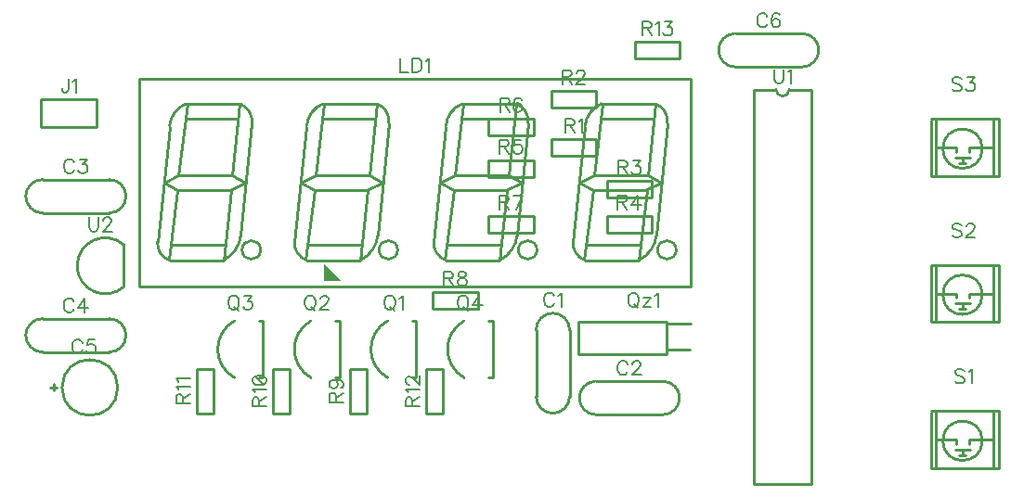
<source format=gbr>
G04 DipTrace 3.3.1.3*
G04 TopSilk.gbr*
%MOIN*%
G04 #@! TF.FileFunction,Legend,Top*
G04 #@! TF.Part,Single*
%ADD10C,0.009843*%
%ADD44C,0.00772*%
%FSLAX26Y26*%
G04*
G70*
G90*
G75*
G01*
G04 TopSilk*
%LPD*%
X2308701Y886321D2*
D10*
Y1126081D1*
X2428701Y886321D2*
Y1126081D1*
G03X2308701Y1126081I-60000J120D01*
G01*
Y886321D2*
G03X2428701Y886321I60000J-120D01*
G01*
X2763581Y821201D2*
X2523821D1*
X2763581Y941201D2*
X2523821D1*
G03X2523821Y821201I-120J-60000D01*
G01*
X2763581D2*
G03X2763581Y941201I120J60000D01*
G01*
X776081Y1546201D2*
X536321D1*
X776081Y1666201D2*
X536321D1*
G03X536321Y1546201I-120J-60000D01*
G01*
X776081D2*
G03X776081Y1666201I120J60000D01*
G01*
Y1046201D2*
X536321D1*
X776081Y1166201D2*
X536321D1*
G03X536321Y1046201I-120J-60000D01*
G01*
X776081D2*
G03X776081Y1166201I120J60000D01*
G01*
X576320Y906881D2*
Y930521D1*
X564501Y918701D2*
X588114D1*
X606265D2*
G02X606265Y918701I99965J0D01*
G01*
X3023821Y2191201D2*
X3263581D1*
X3023821Y2071201D2*
X3263581D1*
G03X3263581Y2191201I120J60000D01*
G01*
X3023821D2*
G03X3023821Y2071201I-120J-60000D01*
G01*
X531201Y1956201D2*
Y1856201D1*
X731201Y1956201D2*
X531201D1*
X731201D2*
Y1856201D1*
X531201D1*
X882480Y2029429D2*
X2862795D1*
Y1281398D1*
X882480D1*
Y2029429D1*
X1051797Y1938843D2*
G03X992784Y1860150I34386J-87261D01*
G01*
G36*
X1547866Y1301071D2*
Y1364055D1*
X1610840Y1301071D1*
X1547866D1*
G37*
X949415Y1442823D2*
D10*
X992784Y1856185D1*
X1248641Y1466461D2*
X1288049Y1868004D1*
X1024271Y1682941D2*
X1055758Y1938843D1*
X1244680D2*
G02X1288049Y1868004I-23279J-62947D01*
G01*
X992784Y1375874D2*
G02X949415Y1442823I20868J61039D01*
G01*
X1244680Y1938843D2*
X1217154Y1682941D1*
X1051797Y1938843D2*
X1244680D1*
X992784Y1375874D2*
X1185667D1*
X1024271Y1682941D2*
X972981Y1655413D1*
X1020310Y1627886D2*
X972981Y1655413D1*
X1020310Y1627886D2*
X988823Y1379839D1*
X1020310Y1627886D2*
X1209232D1*
X1264285Y1655413D1*
X1024271Y1682941D2*
X1217154D1*
X1264285Y1655413D1*
X1213193Y1627886D2*
X1185667Y1375874D1*
G03X1248641Y1466461I-52336J103566D01*
G01*
X1051797Y1883787D2*
X1236759D1*
X996744Y1431004D2*
X1189627D1*
X1252601Y1413313D2*
G02X1252601Y1413313I33467J0D01*
G01*
X1543906Y1938843D2*
G03X1484892Y1860150I34386J-87261D01*
G01*
X1441523Y1442823D2*
X1484892Y1856185D1*
X1740749Y1466461D2*
X1780157Y1868004D1*
X1516379Y1682941D2*
X1547866Y1938843D1*
X1736788D2*
G02X1780157Y1868004I-23279J-62947D01*
G01*
X1484892Y1375874D2*
G02X1441523Y1442823I20868J61039D01*
G01*
X1736788Y1938843D2*
X1709262Y1682941D1*
X1543906Y1938843D2*
X1736788D1*
X1484892Y1375874D2*
X1677775D1*
X1516379Y1682941D2*
X1465089Y1655413D1*
X1512419Y1627886D2*
X1465089Y1655413D1*
X1512419Y1627886D2*
X1480931Y1379839D1*
X1512419Y1627886D2*
X1701341D1*
X1756591Y1655413D1*
X1516379Y1682941D2*
X1709262D1*
X1756591Y1655413D1*
X1705301Y1627886D2*
X1677775Y1375874D1*
G03X1740749Y1466461I-52336J103566D01*
G01*
X1543906Y1883787D2*
X1728867D1*
X1488853Y1431004D2*
X1681735D1*
X1744709Y1413313D2*
G02X1744709Y1413313I33467J0D01*
G01*
X2043935Y1938843D2*
G03X1984922Y1860150I32773J-86051D01*
G01*
X1941553Y1442823D2*
X1984922Y1856185D1*
X2240778Y1466461D2*
X2280187Y1868004D1*
X2016409Y1682941D2*
X2047896Y1938843D1*
X2236818D2*
G02X2280187Y1868004I-23279J-62947D01*
G01*
X1984922Y1375874D2*
G02X1941553Y1442823I20868J61039D01*
G01*
X2236818Y1938843D2*
X2209291Y1682941D1*
X2043935Y1938843D2*
X2236818D1*
X1984922Y1375874D2*
X2177804D1*
X2016409Y1682941D2*
X1965119Y1655413D1*
X2012448Y1627886D2*
X1965119Y1655413D1*
X2012448Y1627886D2*
X1980961Y1379839D1*
X2012448Y1627886D2*
X2201370D1*
X2256423Y1655413D1*
X2016409Y1682941D2*
X2209291D1*
X2256423Y1655413D1*
X2205331Y1627886D2*
X2177804Y1375874D1*
G03X2240778Y1466461I-52336J103566D01*
G01*
X2043935Y1883787D2*
X2228896D1*
X1988684Y1431004D2*
X2181765D1*
X2244739Y1413313D2*
G02X2244739Y1413313I33467J0D01*
G01*
X2543965Y1938843D2*
G03X2484753Y1860150I34031J-87229D01*
G01*
X2441582Y1442823D2*
X2484753Y1856185D1*
X2740808Y1466461D2*
X2780216Y1868004D1*
X2516240Y1682941D2*
X2547925Y1938843D1*
X2736847D2*
G02X2780216Y1868004I-23279J-62947D01*
G01*
X2484753Y1375874D2*
G02X2441582Y1442823I21162J61039D01*
G01*
X2736847Y1938843D2*
X2709321Y1682941D1*
X2543965Y1938843D2*
X2736847D1*
X2484753Y1375874D2*
X2677834D1*
X2516240Y1682941D2*
X2465148Y1655413D1*
X2512478Y1627886D2*
X2465148Y1655413D1*
X2512478Y1627886D2*
X2480991Y1379839D1*
X2512478Y1627886D2*
X2701400D1*
X2756452Y1655413D1*
X2516240Y1682941D2*
X2709321D1*
X2756452Y1655413D1*
X2705360Y1627886D2*
X2677834Y1375874D1*
G03X2740808Y1466461I-52336J103566D01*
G01*
X2543965Y1883787D2*
X2728926D1*
X2488714Y1431004D2*
X2681596D1*
X2744769Y1413313D2*
G02X2744769Y1413313I33467J0D01*
G01*
X1775392Y953846D2*
G02X1775392Y1158555I57324J102355D01*
G01*
X1877756Y1127078D2*
Y981398D1*
X1862008Y953846D2*
X1877756D1*
Y981398D1*
X1862008Y1158555D2*
X1877756D1*
Y1123129D1*
X1500392Y953846D2*
G02X1500392Y1158555I57324J102355D01*
G01*
X1602756Y1127078D2*
Y981398D1*
X1587008Y953846D2*
X1602756D1*
Y981398D1*
X1587008Y1158555D2*
X1602756D1*
Y1123129D1*
X1225392Y953846D2*
G02X1225392Y1158555I57324J102355D01*
G01*
X1327756Y1127078D2*
Y981398D1*
X1312008Y953846D2*
X1327756D1*
Y981398D1*
X1312008Y1158555D2*
X1327756D1*
Y1123129D1*
X2050392Y953846D2*
G02X2050392Y1158555I57324J102355D01*
G01*
X2152756Y1127078D2*
Y981398D1*
X2137008Y953846D2*
X2152756D1*
Y981398D1*
X2137008Y1158555D2*
X2152756D1*
Y1123129D1*
X2776774Y1038093D2*
X2461811D1*
Y1156208D1*
X2776774D1*
Y1038093D1*
X2859460Y1053840D2*
X2776774D1*
X2863383Y1148334D2*
X2776774D1*
X2363551Y1811201D2*
Y1751201D1*
X2523851Y1811201D2*
X2363551D1*
X2523851D2*
Y1751201D1*
X2363551D1*
Y1986201D2*
Y1926201D1*
X2523851Y1986201D2*
X2363551D1*
X2523851D2*
Y1926201D1*
X2363551D1*
X2563551Y1661201D2*
Y1601201D1*
X2723851Y1661201D2*
X2563551D1*
X2723851D2*
Y1601201D1*
X2563551D1*
Y1536201D2*
Y1476201D1*
X2723851Y1536201D2*
X2563551D1*
X2723851D2*
Y1476201D1*
X2563551D1*
X2138551Y1736201D2*
Y1676201D1*
X2298851Y1736201D2*
X2138551D1*
X2298851D2*
Y1676201D1*
X2138551D1*
Y1886201D2*
Y1826201D1*
X2298851Y1886201D2*
X2138551D1*
X2298851D2*
Y1826201D1*
X2138551D1*
Y1536201D2*
Y1476201D1*
X2298851Y1536201D2*
X2138551D1*
X2298851D2*
Y1476201D1*
X2138551D1*
X1938551Y1261201D2*
Y1201201D1*
X2098851Y1261201D2*
X1938551D1*
X2098851D2*
Y1201201D1*
X1938551D1*
X1638701Y826051D2*
X1698701D1*
X1638701Y986351D2*
Y826051D1*
Y986351D2*
X1698701D1*
Y826051D1*
X1363701D2*
X1423701D1*
X1363701Y986351D2*
Y826051D1*
Y986351D2*
X1423701D1*
Y826051D1*
X1088701D2*
X1148701D1*
X1088701Y986351D2*
Y826051D1*
Y986351D2*
X1148701D1*
Y826051D1*
X1913701D2*
X1973701D1*
X1913701Y986351D2*
Y826051D1*
Y986351D2*
X1973701D1*
Y826051D1*
X2823851Y2101201D2*
Y2161201D1*
X2663551Y2101201D2*
X2823851D1*
X2663551D2*
Y2161201D1*
X2823851D1*
X3725598Y829618D2*
Y632784D1*
X3969679Y833567D2*
X3725598D1*
X3969679Y628834D2*
X3725598D1*
X3969679Y833531D2*
Y628834D1*
X3768886Y727269D2*
G02X3768886Y727269I70877J0D01*
G01*
X3745286Y829618D2*
Y632784D1*
X3949991Y829618D2*
Y632784D1*
X3946053Y731201D2*
X3902765D1*
X3816137D2*
X3745286D1*
X3863389D2*
X3902765D1*
X3812200Y695762D2*
X3867327D1*
X3816137Y715438D2*
Y731201D1*
X3863389Y715438D2*
Y731201D1*
X3839763Y695762D2*
Y680035D1*
X3827950Y676086D2*
X3851576D1*
X3725598Y1354618D2*
Y1157784D1*
X3969679Y1358567D2*
X3725598D1*
X3969679Y1153834D2*
X3725598D1*
X3969679Y1358531D2*
Y1153834D1*
X3768886Y1252269D2*
G02X3768886Y1252269I70877J0D01*
G01*
X3745286Y1354618D2*
Y1157784D1*
X3949991Y1354618D2*
Y1157784D1*
X3946053Y1256201D2*
X3902765D1*
X3816137D2*
X3745286D1*
X3863389D2*
X3902765D1*
X3812200Y1220762D2*
X3867327D1*
X3816137Y1240438D2*
Y1256201D1*
X3863389Y1240438D2*
Y1256201D1*
X3839763Y1220762D2*
Y1205035D1*
X3827950Y1201086D2*
X3851576D1*
X3725598Y1879618D2*
Y1682784D1*
X3969679Y1883567D2*
X3725598D1*
X3969679Y1678834D2*
X3725598D1*
X3969679Y1883531D2*
Y1678834D1*
X3768886Y1777269D2*
G02X3768886Y1777269I70877J0D01*
G01*
X3745286Y1879618D2*
Y1682784D1*
X3949991Y1879618D2*
Y1682784D1*
X3946053Y1781201D2*
X3902765D1*
X3816137D2*
X3745286D1*
X3863389D2*
X3902765D1*
X3812200Y1745762D2*
X3867327D1*
X3816137Y1765438D2*
Y1781201D1*
X3863389Y1765438D2*
Y1781201D1*
X3839763Y1745762D2*
Y1730035D1*
X3827950Y1726086D2*
X3851576D1*
X3091337Y1989862D2*
Y572539D1*
X3296065Y1989862D2*
Y572539D1*
X3091337D2*
X3296065D1*
X3091337Y1989862D2*
X3170070D1*
X3296065D2*
X3217332D1*
X3170070D2*
G03X3217332Y1989862I23631J103D01*
G01*
X828093Y1280580D2*
G02X828093Y1431821I-66569J75620D01*
G01*
Y1280580D1*
X2372919Y1247486D2*
D44*
X2370543Y1252239D1*
X2365734Y1257047D1*
X2360981Y1259424D1*
X2351420D1*
X2346611Y1257047D1*
X2341858Y1252239D1*
X2339426Y1247486D1*
X2337049Y1240301D1*
Y1228307D1*
X2339426Y1221177D1*
X2341858Y1216369D1*
X2346611Y1211616D1*
X2351420Y1209184D1*
X2360981D1*
X2365734Y1211616D1*
X2370543Y1216369D1*
X2372919Y1221177D1*
X2388359Y1249807D2*
X2393167Y1252239D1*
X2400352Y1259369D1*
Y1209184D1*
X2637169Y1002486D2*
X2634793Y1007239D1*
X2629984Y1012047D1*
X2625231Y1014424D1*
X2615670D1*
X2610861Y1012047D1*
X2606108Y1007239D1*
X2603676Y1002486D1*
X2601300Y995301D1*
Y983307D1*
X2603676Y976177D1*
X2606108Y971369D1*
X2610861Y966616D1*
X2615670Y964184D1*
X2625231D1*
X2629984Y966616D1*
X2634793Y971369D1*
X2637169Y976177D1*
X2655041Y1002430D2*
Y1004807D1*
X2657417Y1009616D1*
X2659794Y1011992D1*
X2664602Y1014369D1*
X2674164D1*
X2678917Y1011992D1*
X2681294Y1009616D1*
X2683725Y1004807D1*
Y1000054D1*
X2681294Y995245D1*
X2676540Y988116D1*
X2652609Y964184D1*
X2686102D1*
X649669Y1727486D2*
X647293Y1732239D1*
X642484Y1737047D1*
X637731Y1739424D1*
X628170D1*
X623361Y1737047D1*
X618608Y1732239D1*
X616176Y1727486D1*
X613800Y1720301D1*
Y1708307D1*
X616176Y1701177D1*
X618608Y1696369D1*
X623361Y1691616D1*
X628170Y1689184D1*
X637731D1*
X642484Y1691616D1*
X647293Y1696369D1*
X649669Y1701177D1*
X669917Y1739369D2*
X696170D1*
X681855Y1720245D1*
X689040D1*
X693794Y1717869D1*
X696170Y1715492D1*
X698602Y1708307D1*
Y1703554D1*
X696170Y1696369D1*
X691417Y1691561D1*
X684232Y1689184D1*
X677047D1*
X669917Y1691561D1*
X667541Y1693992D1*
X665109Y1698746D1*
X648481Y1227486D2*
X646105Y1232239D1*
X641296Y1237047D1*
X636543Y1239424D1*
X626981D1*
X622173Y1237047D1*
X617420Y1232239D1*
X614988Y1227486D1*
X612611Y1220301D1*
Y1208307D1*
X614988Y1201177D1*
X617420Y1196369D1*
X622173Y1191616D1*
X626981Y1189184D1*
X636543D1*
X641296Y1191616D1*
X646105Y1196369D1*
X648481Y1201177D1*
X687852Y1189184D2*
Y1239369D1*
X663920Y1205931D1*
X699790D1*
X678816Y1079986D2*
X676440Y1084739D1*
X671631Y1089547D1*
X666878Y1091924D1*
X657317D1*
X652508Y1089547D1*
X647755Y1084739D1*
X645323Y1079986D1*
X642947Y1072801D1*
Y1060807D1*
X645323Y1053677D1*
X647755Y1048869D1*
X652508Y1044116D1*
X657317Y1041684D1*
X666878D1*
X671631Y1044116D1*
X676440Y1048869D1*
X678816Y1053677D1*
X722941Y1091869D2*
X699064D1*
X696688Y1070369D1*
X699064Y1072745D1*
X706249Y1075177D1*
X713379D1*
X720564Y1072745D1*
X725372Y1067992D1*
X727749Y1060807D1*
Y1056054D1*
X725372Y1048869D1*
X720564Y1044060D1*
X713379Y1041684D1*
X706249D1*
X699064Y1044060D1*
X696688Y1046492D1*
X694256Y1051245D1*
X3138385Y2252486D2*
X3136009Y2257239D1*
X3131200Y2262047D1*
X3126447Y2264424D1*
X3116886D1*
X3112077Y2262047D1*
X3107324Y2257239D1*
X3104892Y2252486D1*
X3102515Y2245301D1*
Y2233307D1*
X3104892Y2226177D1*
X3107324Y2221369D1*
X3112077Y2216616D1*
X3116886Y2214184D1*
X3126447D1*
X3131200Y2216616D1*
X3136009Y2221369D1*
X3138385Y2226177D1*
X3182510Y2257239D2*
X3180133Y2261992D1*
X3172948Y2264369D1*
X3168195D1*
X3161010Y2261992D1*
X3156201Y2254807D1*
X3153825Y2242869D1*
Y2230931D1*
X3156201Y2221369D1*
X3161010Y2216561D1*
X3168195Y2214184D1*
X3170571D1*
X3177701Y2216561D1*
X3182510Y2221369D1*
X3184886Y2228554D1*
Y2230931D1*
X3182510Y2238116D1*
X3177701Y2242869D1*
X3170571Y2245245D1*
X3168195D1*
X3161010Y2242869D1*
X3156201Y2238116D1*
X3153825Y2230931D1*
X629450Y2029424D2*
Y1991177D1*
X627074Y1983992D1*
X624642Y1981616D1*
X619889Y1979184D1*
X615080D1*
X610327Y1981616D1*
X607950Y1983992D1*
X605519Y1991177D1*
Y1995931D1*
X644890Y2019807D2*
X649698Y2022239D1*
X656883Y2029369D1*
Y1979184D1*
X1820113Y2102652D2*
Y2052412D1*
X1848798D1*
X1864237Y2102652D2*
Y2052412D1*
X1880983D1*
X1888169Y2054844D1*
X1892977Y2059597D1*
X1895354Y2064406D1*
X1897730Y2071535D1*
Y2083529D1*
X1895354Y2090714D1*
X1892977Y2095467D1*
X1888169Y2100276D1*
X1880983Y2102652D1*
X1864237D1*
X1913169Y2093035D2*
X1917978Y2095467D1*
X1925163Y2102597D1*
Y2052412D1*
X1778082Y1249109D2*
X1773328Y1246788D1*
X1768520Y1241979D1*
X1766143Y1237171D1*
X1763711Y1229986D1*
Y1218047D1*
X1766143Y1210862D1*
X1768520Y1206109D1*
X1773328Y1201301D1*
X1778082Y1198924D1*
X1787643D1*
X1792452Y1201301D1*
X1797205Y1206109D1*
X1799581Y1210862D1*
X1802013Y1218047D1*
Y1229986D1*
X1799581Y1237171D1*
X1797205Y1241979D1*
X1792452Y1246788D1*
X1787643Y1249109D1*
X1778082D1*
X1785267Y1208486D2*
X1799581Y1194116D1*
X1817453Y1239492D2*
X1822261Y1241924D1*
X1829446Y1249054D1*
Y1198869D1*
X1492332Y1249109D2*
X1487578Y1246788D1*
X1482770Y1241979D1*
X1480393Y1237171D1*
X1477962Y1229986D1*
Y1218047D1*
X1480393Y1210862D1*
X1482770Y1206109D1*
X1487578Y1201301D1*
X1492332Y1198924D1*
X1501893D1*
X1506702Y1201301D1*
X1511455Y1206109D1*
X1513831Y1210862D1*
X1516263Y1218047D1*
Y1229986D1*
X1513831Y1237171D1*
X1511455Y1241979D1*
X1506702Y1246788D1*
X1501893Y1249109D1*
X1492332D1*
X1499517Y1208486D2*
X1513831Y1194116D1*
X1534134Y1237115D2*
Y1239492D1*
X1536511Y1244300D1*
X1538888Y1246677D1*
X1543696Y1249054D1*
X1553258D1*
X1558011Y1246677D1*
X1560387Y1244300D1*
X1562819Y1239492D1*
Y1234739D1*
X1560387Y1229930D1*
X1555634Y1222801D1*
X1531703Y1198869D1*
X1565196D1*
X1217332Y1249109D2*
X1212578Y1246788D1*
X1207770Y1241979D1*
X1205393Y1237171D1*
X1202962Y1229986D1*
Y1218047D1*
X1205393Y1210862D1*
X1207770Y1206109D1*
X1212578Y1201301D1*
X1217332Y1198924D1*
X1226893D1*
X1231702Y1201301D1*
X1236455Y1206109D1*
X1238831Y1210862D1*
X1241263Y1218047D1*
Y1229986D1*
X1238831Y1237171D1*
X1236455Y1241979D1*
X1231702Y1246788D1*
X1226893Y1249109D1*
X1217332D1*
X1224517Y1208486D2*
X1238831Y1194116D1*
X1261511Y1249054D2*
X1287764D1*
X1273449Y1229930D1*
X1280634D1*
X1285387Y1227554D1*
X1287764Y1225177D1*
X1290196Y1217992D1*
Y1213239D1*
X1287764Y1206054D1*
X1283011Y1201245D1*
X1275826Y1198869D1*
X1268641D1*
X1261511Y1201245D1*
X1259134Y1203677D1*
X1256703Y1208431D1*
X2041143Y1249109D2*
X2036390Y1246788D1*
X2031582Y1241979D1*
X2029205Y1237171D1*
X2026773Y1229986D1*
Y1218047D1*
X2029205Y1210862D1*
X2031582Y1206109D1*
X2036390Y1201301D1*
X2041143Y1198924D1*
X2050705D1*
X2055513Y1201301D1*
X2060267Y1206109D1*
X2062643Y1210862D1*
X2065075Y1218047D1*
Y1229986D1*
X2062643Y1237171D1*
X2060267Y1241979D1*
X2055513Y1246788D1*
X2050705Y1249109D1*
X2041143D1*
X2048328Y1208486D2*
X2062643Y1194116D1*
X2104446Y1198869D2*
Y1249054D1*
X2080514Y1215616D1*
X2116384D1*
X2653149Y1258951D2*
X2648396Y1256630D1*
X2643587Y1251822D1*
X2641211Y1247013D1*
X2638779Y1239828D1*
Y1227890D1*
X2641211Y1220705D1*
X2643587Y1215952D1*
X2648396Y1211143D1*
X2653149Y1208767D1*
X2662710D1*
X2667519Y1211143D1*
X2672272Y1215952D1*
X2674649Y1220705D1*
X2677080Y1227890D1*
Y1239828D1*
X2674649Y1247013D1*
X2672272Y1251822D1*
X2667519Y1256630D1*
X2662710Y1258951D1*
X2653149D1*
X2660334Y1218328D2*
X2674649Y1203958D1*
X2692520Y1242205D2*
X2718828D1*
X2692520Y1208711D1*
X2718828D1*
X2734267Y1249335D2*
X2739076Y1251766D1*
X2746261Y1258896D1*
Y1208711D1*
X2413238Y1860492D2*
X2434738D1*
X2441923Y1862924D1*
X2444354Y1865301D1*
X2446731Y1870054D1*
Y1874862D1*
X2444354Y1879615D1*
X2441923Y1882047D1*
X2434738Y1884424D1*
X2413238D1*
Y1834184D1*
X2429984Y1860492D2*
X2446731Y1834184D1*
X2462170Y1874807D2*
X2466979Y1877239D1*
X2474164Y1884369D1*
Y1834184D1*
X2402488Y2035492D2*
X2423988D1*
X2431173Y2037924D1*
X2433605Y2040301D1*
X2435981Y2045054D1*
Y2049862D1*
X2433605Y2054615D1*
X2431173Y2057047D1*
X2423988Y2059424D1*
X2402488D1*
Y2009184D1*
X2419234Y2035492D2*
X2435981Y2009184D1*
X2453852Y2047430D2*
Y2049807D1*
X2456229Y2054615D1*
X2458605Y2056992D1*
X2463414Y2059369D1*
X2472976D1*
X2477729Y2056992D1*
X2480105Y2054615D1*
X2482537Y2049807D1*
Y2045054D1*
X2480105Y2040245D1*
X2475352Y2033116D1*
X2451420Y2009184D1*
X2484914D1*
X2602488Y1710492D2*
X2623988D1*
X2631173Y1712924D1*
X2633605Y1715301D1*
X2635981Y1720054D1*
Y1724862D1*
X2633605Y1729615D1*
X2631173Y1732047D1*
X2623988Y1734424D1*
X2602488D1*
Y1684184D1*
X2619234Y1710492D2*
X2635981Y1684184D1*
X2656229Y1734369D2*
X2682482D1*
X2668167Y1715245D1*
X2675352D1*
X2680105Y1712869D1*
X2682482Y1710492D1*
X2684914Y1703307D1*
Y1698554D1*
X2682482Y1691369D1*
X2677729Y1686560D1*
X2670544Y1684184D1*
X2663359D1*
X2656229Y1686560D1*
X2653852Y1688992D1*
X2651420Y1693745D1*
X2601300Y1585492D2*
X2622799D1*
X2629984Y1587924D1*
X2632416Y1590301D1*
X2634793Y1595054D1*
Y1599862D1*
X2632416Y1604615D1*
X2629984Y1607047D1*
X2622799Y1609424D1*
X2601300D1*
Y1559184D1*
X2618046Y1585492D2*
X2634793Y1559184D1*
X2674164D2*
Y1609369D1*
X2650232Y1575931D1*
X2686102D1*
X2177488Y1785492D2*
X2198988D1*
X2206173Y1787924D1*
X2208605Y1790301D1*
X2210981Y1795054D1*
Y1799862D1*
X2208605Y1804615D1*
X2206173Y1807047D1*
X2198988Y1809424D1*
X2177488D1*
Y1759184D1*
X2194234Y1785492D2*
X2210981Y1759184D1*
X2255105Y1809369D2*
X2231229D1*
X2228852Y1787869D1*
X2231229Y1790245D1*
X2238414Y1792677D1*
X2245544D1*
X2252729Y1790245D1*
X2257537Y1785492D1*
X2259914Y1778307D1*
Y1773554D1*
X2257537Y1766369D1*
X2252729Y1761560D1*
X2245544Y1759184D1*
X2238414D1*
X2231229Y1761560D1*
X2228852Y1763992D1*
X2226420Y1768745D1*
X2178704Y1935492D2*
X2200204D1*
X2207389Y1937924D1*
X2209821Y1940301D1*
X2212197Y1945054D1*
Y1949862D1*
X2209821Y1954615D1*
X2207389Y1957047D1*
X2200204Y1959424D1*
X2178704D1*
Y1909184D1*
X2195450Y1935492D2*
X2212197Y1909184D1*
X2256321Y1952239D2*
X2253945Y1956992D1*
X2246760Y1959369D1*
X2242006D1*
X2234821Y1956992D1*
X2230013Y1949807D1*
X2227636Y1937869D1*
Y1925931D1*
X2230013Y1916369D1*
X2234821Y1911560D1*
X2242006Y1909184D1*
X2244383D1*
X2251513Y1911560D1*
X2256321Y1916369D1*
X2258698Y1923554D1*
Y1925931D1*
X2256321Y1933116D1*
X2251513Y1937869D1*
X2244383Y1940245D1*
X2242006D1*
X2234821Y1937869D1*
X2230013Y1933116D1*
X2227636Y1925931D1*
X2177488Y1585492D2*
X2198988D1*
X2206173Y1587924D1*
X2208605Y1590301D1*
X2210981Y1595054D1*
Y1599862D1*
X2208605Y1604615D1*
X2206173Y1607047D1*
X2198988Y1609424D1*
X2177488D1*
Y1559184D1*
X2194234Y1585492D2*
X2210981Y1559184D1*
X2235982D2*
X2259914Y1609369D1*
X2226420D1*
X1977515Y1310492D2*
X1999015D1*
X2006200Y1312924D1*
X2008632Y1315301D1*
X2011009Y1320054D1*
Y1324862D1*
X2008632Y1329615D1*
X2006200Y1332047D1*
X1999015Y1334424D1*
X1977515D1*
Y1284184D1*
X1994262Y1310492D2*
X2011009Y1284184D1*
X2038386Y1334369D2*
X2031256Y1331992D1*
X2028825Y1327239D1*
Y1322430D1*
X2031256Y1317677D1*
X2036010Y1315245D1*
X2045571Y1312869D1*
X2052756Y1310492D1*
X2057510Y1305684D1*
X2059886Y1300931D1*
Y1293745D1*
X2057510Y1288992D1*
X2055133Y1286560D1*
X2047948Y1284184D1*
X2038386D1*
X2031256Y1286560D1*
X2028825Y1288992D1*
X2026448Y1293745D1*
Y1300931D1*
X2028825Y1305684D1*
X2033633Y1310492D1*
X2040763Y1312869D1*
X2050324Y1315245D1*
X2055133Y1317677D1*
X2057510Y1322430D1*
Y1327239D1*
X2055133Y1331992D1*
X2047948Y1334369D1*
X2038386D1*
X1589409Y866176D2*
Y887676D1*
X1586978Y894861D1*
X1584601Y897293D1*
X1579848Y899670D1*
X1575039D1*
X1570286Y897293D1*
X1567854Y894861D1*
X1565478Y887676D1*
Y866176D1*
X1615718D1*
X1589409Y882923D2*
X1615718Y899669D1*
X1582224Y946225D2*
X1589409Y943794D1*
X1594218Y939040D1*
X1596595Y931855D1*
Y929479D1*
X1594218Y922294D1*
X1589409Y917541D1*
X1582224Y915109D1*
X1579848D1*
X1572663Y917541D1*
X1567910Y922294D1*
X1565533Y929479D1*
Y931855D1*
X1567910Y939040D1*
X1572663Y943794D1*
X1582224Y946225D1*
X1594218D1*
X1606156Y943794D1*
X1613341Y939040D1*
X1615718Y931855D1*
Y927102D1*
X1613341Y919917D1*
X1608533Y917541D1*
X1314409Y851272D2*
Y872771D1*
X1311978Y879956D1*
X1309601Y882388D1*
X1304848Y884765D1*
X1300039D1*
X1295286Y882388D1*
X1292854Y879956D1*
X1290478Y872771D1*
Y851272D1*
X1340718D1*
X1314409Y868018D2*
X1340718Y884765D1*
X1300095Y900204D2*
X1297663Y905013D1*
X1290533Y912198D1*
X1340718D1*
X1290533Y942007D2*
X1292910Y934822D1*
X1300095Y930013D1*
X1312033Y927637D1*
X1319218D1*
X1331156Y930013D1*
X1338341Y934822D1*
X1340718Y942007D1*
Y946760D1*
X1338341Y953945D1*
X1331156Y958698D1*
X1319218Y961130D1*
X1312033D1*
X1300095Y958698D1*
X1292910Y953945D1*
X1290533Y946760D1*
Y942007D1*
X1300095Y958698D2*
X1331156Y930013D1*
X1039409Y862022D2*
Y883521D1*
X1036978Y890706D1*
X1034601Y893138D1*
X1029848Y895515D1*
X1025039D1*
X1020286Y893138D1*
X1017854Y890706D1*
X1015478Y883521D1*
Y862022D1*
X1065718D1*
X1039409Y878768D2*
X1065718Y895515D1*
X1025095Y910954D2*
X1022663Y915762D1*
X1015533Y922948D1*
X1065718Y922947D1*
X1025095Y938387D2*
X1022663Y943195D1*
X1015533Y950380D1*
X1065718D1*
X1864409Y851272D2*
Y872771D1*
X1861978Y879956D1*
X1859601Y882388D1*
X1854848Y884765D1*
X1850039D1*
X1845286Y882388D1*
X1842854Y879956D1*
X1840478Y872771D1*
Y851272D1*
X1890718D1*
X1864409Y868018D2*
X1890718Y884765D1*
X1850095Y900204D2*
X1847663Y905013D1*
X1840533Y912198D1*
X1890718D1*
X1852471Y930069D2*
X1850095D1*
X1845286Y932445D1*
X1842910Y934822D1*
X1840533Y939630D1*
Y949192D1*
X1842910Y953945D1*
X1845286Y956322D1*
X1850095Y958754D1*
X1854848D1*
X1859656Y956322D1*
X1866786Y951569D1*
X1890718Y927637D1*
Y961130D1*
X2688771Y2210492D2*
X2710271D1*
X2717456Y2212924D1*
X2719888Y2215301D1*
X2722265Y2220054D1*
Y2224862D1*
X2719888Y2229615D1*
X2717456Y2232047D1*
X2710271Y2234424D1*
X2688771D1*
Y2184184D1*
X2705518Y2210492D2*
X2722265Y2184184D1*
X2737704Y2224807D2*
X2742512Y2227239D1*
X2749698Y2234369D1*
Y2184184D1*
X2769945Y2234369D2*
X2796198D1*
X2781883Y2215245D1*
X2789068D1*
X2793822Y2212869D1*
X2796198Y2210492D1*
X2798630Y2203307D1*
Y2198554D1*
X2796198Y2191369D1*
X2791445Y2186560D1*
X2784260Y2184184D1*
X2777075D1*
X2769945Y2186560D1*
X2767569Y2188992D1*
X2765137Y2193745D1*
X3846731Y976766D2*
X3841978Y981575D1*
X3834793Y983951D1*
X3825231D1*
X3818046Y981575D1*
X3813238Y976766D1*
Y972013D1*
X3815670Y967205D1*
X3818046Y964828D1*
X3822799Y962452D1*
X3837169Y957643D1*
X3841978Y955267D1*
X3844354Y952835D1*
X3846731Y948081D1*
Y940896D1*
X3841978Y936143D1*
X3834793Y933711D1*
X3825231D1*
X3818046Y936143D1*
X3813238Y940896D1*
X3862170Y974335D2*
X3866979Y976766D1*
X3874164Y983896D1*
Y933711D1*
X3835981Y1501766D2*
X3831228Y1506575D1*
X3824043Y1508951D1*
X3814481D1*
X3807296Y1506575D1*
X3802488Y1501766D1*
Y1497013D1*
X3804920Y1492205D1*
X3807296Y1489828D1*
X3812049Y1487452D1*
X3826420Y1482643D1*
X3831228Y1480267D1*
X3833605Y1477835D1*
X3835981Y1473081D1*
Y1465896D1*
X3831228Y1461143D1*
X3824043Y1458711D1*
X3814481D1*
X3807296Y1461143D1*
X3802488Y1465896D1*
X3853852Y1496958D2*
Y1499335D1*
X3856229Y1504143D1*
X3858605Y1506520D1*
X3863414Y1508896D1*
X3872976D1*
X3877729Y1506520D1*
X3880105Y1504143D1*
X3882537Y1499335D1*
Y1494581D1*
X3880105Y1489773D1*
X3875352Y1482643D1*
X3851420Y1458711D1*
X3884914D1*
X3835981Y2026766D2*
X3831228Y2031575D1*
X3824043Y2033951D1*
X3814481D1*
X3807296Y2031575D1*
X3802488Y2026766D1*
Y2022013D1*
X3804920Y2017205D1*
X3807296Y2014828D1*
X3812049Y2012452D1*
X3826420Y2007643D1*
X3831228Y2005267D1*
X3833605Y2002835D1*
X3835981Y1998081D1*
Y1990896D1*
X3831228Y1986143D1*
X3824043Y1983711D1*
X3814481D1*
X3807296Y1986143D1*
X3802488Y1990896D1*
X3856229Y2033896D2*
X3882482D1*
X3868167Y2014773D1*
X3875352D1*
X3880105Y2012396D1*
X3882482Y2010020D1*
X3884914Y2002835D1*
Y1998081D1*
X3882482Y1990896D1*
X3877729Y1986088D1*
X3870544Y1983711D1*
X3863359D1*
X3856229Y1986088D1*
X3853852Y1988520D1*
X3851420Y1993273D1*
X3163238Y2063085D2*
Y2027215D1*
X3165614Y2020030D1*
X3170423Y2015277D1*
X3177608Y2012845D1*
X3182361D1*
X3189546Y2015277D1*
X3194354Y2020030D1*
X3196731Y2027215D1*
Y2063085D1*
X3212170Y2053468D2*
X3216979Y2055900D1*
X3224164Y2063030D1*
Y2012845D1*
X703221Y1530171D2*
Y1494301D1*
X705598Y1487116D1*
X710406Y1482363D1*
X717592Y1479931D1*
X722345D1*
X729530Y1482363D1*
X734338Y1487116D1*
X736715Y1494301D1*
Y1530171D1*
X754586Y1518177D2*
Y1520554D1*
X756962Y1525362D1*
X759339Y1527739D1*
X764147Y1530115D1*
X773709D1*
X778462Y1527739D1*
X780839Y1525362D1*
X783271Y1520554D1*
Y1515801D1*
X780839Y1510992D1*
X776086Y1503862D1*
X752154Y1479931D1*
X785647D1*
M02*

</source>
